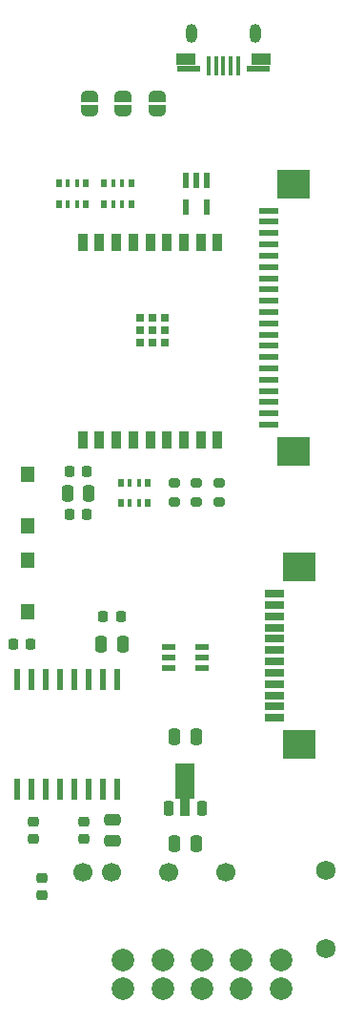
<source format=gbr>
%TF.GenerationSoftware,KiCad,Pcbnew,9.0.6*%
%TF.CreationDate,2025-11-01T18:39:00+03:00*%
%TF.ProjectId,PMMCU-ESP32C3,504d4d43-552d-4455-9350-333243332e6b,rev?*%
%TF.SameCoordinates,Original*%
%TF.FileFunction,Soldermask,Top*%
%TF.FilePolarity,Negative*%
%FSLAX46Y46*%
G04 Gerber Fmt 4.6, Leading zero omitted, Abs format (unit mm)*
G04 Created by KiCad (PCBNEW 9.0.6) date 2025-11-01 18:39:00*
%MOMM*%
%LPD*%
G01*
G04 APERTURE LIST*
G04 Aperture macros list*
%AMRoundRect*
0 Rectangle with rounded corners*
0 $1 Rounding radius*
0 $2 $3 $4 $5 $6 $7 $8 $9 X,Y pos of 4 corners*
0 Add a 4 corners polygon primitive as box body*
4,1,4,$2,$3,$4,$5,$6,$7,$8,$9,$2,$3,0*
0 Add four circle primitives for the rounded corners*
1,1,$1+$1,$2,$3*
1,1,$1+$1,$4,$5*
1,1,$1+$1,$6,$7*
1,1,$1+$1,$8,$9*
0 Add four rect primitives between the rounded corners*
20,1,$1+$1,$2,$3,$4,$5,0*
20,1,$1+$1,$4,$5,$6,$7,0*
20,1,$1+$1,$6,$7,$8,$9,0*
20,1,$1+$1,$8,$9,$2,$3,0*%
%AMFreePoly0*
4,1,9,3.862500,-0.866500,0.737500,-0.866500,0.737500,-0.450000,-0.737500,-0.450000,-0.737500,0.450000,0.737500,0.450000,0.737500,0.866500,3.862500,0.866500,3.862500,-0.866500,3.862500,-0.866500,$1*%
%AMFreePoly1*
4,1,23,0.500000,-0.750000,0.000000,-0.750000,0.000000,-0.745722,-0.065263,-0.745722,-0.191342,-0.711940,-0.304381,-0.646677,-0.396677,-0.554381,-0.461940,-0.441342,-0.495722,-0.315263,-0.495722,-0.250000,-0.500000,-0.250000,-0.500000,0.250000,-0.495722,0.250000,-0.495722,0.315263,-0.461940,0.441342,-0.396677,0.554381,-0.304381,0.646677,-0.191342,0.711940,-0.065263,0.745722,0.000000,0.745722,
0.000000,0.750000,0.500000,0.750000,0.500000,-0.750000,0.500000,-0.750000,$1*%
%AMFreePoly2*
4,1,23,0.000000,0.745722,0.065263,0.745722,0.191342,0.711940,0.304381,0.646677,0.396677,0.554381,0.461940,0.441342,0.495722,0.315263,0.495722,0.250000,0.500000,0.250000,0.500000,-0.250000,0.495722,-0.250000,0.495722,-0.315263,0.461940,-0.441342,0.396677,-0.554381,0.304381,-0.646677,0.191342,-0.711940,0.065263,-0.745722,0.000000,-0.745722,0.000000,-0.750000,-0.500000,-0.750000,
-0.500000,0.750000,0.000000,0.750000,0.000000,0.745722,0.000000,0.745722,$1*%
G04 Aperture macros list end*
%ADD10RoundRect,0.225000X0.225000X0.250000X-0.225000X0.250000X-0.225000X-0.250000X0.225000X-0.250000X0*%
%ADD11R,1.244600X1.346200*%
%ADD12R,0.889000X1.498600*%
%ADD13R,0.711200X0.711200*%
%ADD14RoundRect,0.225000X0.225000X-0.425000X0.225000X0.425000X-0.225000X0.425000X-0.225000X-0.425000X0*%
%ADD15FreePoly0,90.000000*%
%ADD16R,1.800000X0.600000*%
%ADD17R,3.000000X2.600000*%
%ADD18RoundRect,0.250000X-0.475000X0.250000X-0.475000X-0.250000X0.475000X-0.250000X0.475000X0.250000X0*%
%ADD19R,0.406400X1.750000*%
%ADD20R,1.654126X1.104108*%
%ADD21R,2.108196X0.496100*%
%ADD22O,1.000000X1.700000*%
%ADD23R,2.108196X0.496108*%
%ADD24R,1.654066X1.104100*%
%ADD25R,0.500000X0.800000*%
%ADD26R,0.400000X0.800000*%
%ADD27RoundRect,0.250000X0.250000X0.475000X-0.250000X0.475000X-0.250000X-0.475000X0.250000X-0.475000X0*%
%ADD28R,1.803400X0.635000*%
%ADD29R,2.997200X2.590800*%
%ADD30RoundRect,0.225000X-0.250000X0.225000X-0.250000X-0.225000X0.250000X-0.225000X0.250000X0.225000X0*%
%ADD31C,2.000000*%
%ADD32FreePoly1,90.000000*%
%ADD33FreePoly2,90.000000*%
%ADD34RoundRect,0.200000X0.275000X-0.200000X0.275000X0.200000X-0.275000X0.200000X-0.275000X-0.200000X0*%
%ADD35R,1.181100X0.558800*%
%ADD36R,0.482600X1.854200*%
%ADD37C,1.725000*%
%ADD38C,1.700000*%
%ADD39R,0.558800X1.320800*%
G04 APERTURE END LIST*
D10*
%TO.C,C16*%
X10775000Y-6500000D03*
X9225000Y-6500000D03*
%TD*%
D11*
%TO.C,SW2*%
X2540000Y6096000D03*
X2540000Y1524000D03*
%TD*%
D12*
%TO.C,U1*%
X7390002Y9170000D03*
X8890001Y9170000D03*
X10390001Y9170000D03*
X11890000Y9170000D03*
X13390000Y9170000D03*
X14890000Y9170000D03*
X16390002Y9170000D03*
X17890001Y9170000D03*
X19390001Y9170000D03*
X19389998Y26670000D03*
X17889999Y26670000D03*
X16389999Y26670000D03*
X14890000Y26670000D03*
X13390000Y26670000D03*
X11890000Y26670000D03*
X10389998Y26670000D03*
X8889999Y26670000D03*
X7389999Y26670000D03*
D13*
X12490000Y17780000D03*
X13590000Y17780000D03*
X14690000Y17780000D03*
X12490000Y18880000D03*
X13590000Y18880000D03*
X14690000Y18880000D03*
X12490000Y19980000D03*
X13590000Y19980000D03*
X14690000Y19980000D03*
%TD*%
D10*
%TO.C,C1*%
X7760000Y2540000D03*
X6210000Y2540000D03*
%TD*%
D14*
%TO.C,U2*%
X15010000Y-23540000D03*
D15*
X16510000Y-23452500D03*
D14*
X18010000Y-23540000D03*
%TD*%
D16*
%TO.C,JM1*%
X23954000Y10500000D03*
X23954000Y11500000D03*
X23954000Y12500000D03*
X23954000Y13500000D03*
X23954000Y14500000D03*
X23954000Y15500000D03*
X23954000Y16500000D03*
X23954000Y17500000D03*
X23954000Y18500000D03*
X23954000Y19500000D03*
X23954000Y20500000D03*
X23954000Y21500000D03*
X23954000Y22500000D03*
X23954000Y23500000D03*
X23954000Y24500000D03*
X23954000Y25500000D03*
X23954000Y26500000D03*
X23954000Y27500000D03*
X23954000Y28500000D03*
X23954000Y29500000D03*
D17*
X26125000Y8150000D03*
X26125000Y31850000D03*
%TD*%
D18*
%TO.C,C13*%
X10000000Y-24550000D03*
X10000000Y-26450000D03*
%TD*%
D19*
%TO.C,J1*%
X21180000Y42327092D03*
X20530014Y42327092D03*
X19880028Y42327092D03*
X19230042Y42327092D03*
D20*
X23207063Y42900254D03*
D21*
X22980029Y42100150D03*
D22*
X22705029Y45202208D03*
D19*
X18580056Y42327092D03*
D22*
X17055027Y45202208D03*
D23*
X16780031Y42100146D03*
D24*
X16552967Y42900250D03*
%TD*%
D10*
%TO.C,C5*%
X7760000Y6350000D03*
X6210000Y6350000D03*
%TD*%
D25*
%TO.C,RN2*%
X10800000Y3545000D03*
D26*
X11600000Y3545000D03*
X12400000Y3545000D03*
D25*
X13200000Y3545000D03*
X13200000Y5345000D03*
D26*
X12400000Y5345000D03*
X11600000Y5345000D03*
D25*
X10800000Y5345000D03*
%TD*%
D27*
%TO.C,C10*%
X17460000Y-26670000D03*
X15560000Y-26670000D03*
%TD*%
D28*
%TO.C,J4*%
X24444000Y-15499992D03*
X24444000Y-14499994D03*
X24444000Y-13499996D03*
X24444000Y-12499998D03*
X24444000Y-11500000D03*
X24444000Y-10500000D03*
X24444000Y-9500000D03*
X24444000Y-8500000D03*
X24444000Y-7500002D03*
X24444000Y-6500004D03*
X24444000Y-5500006D03*
X24444000Y-4500008D03*
D29*
X26614001Y-17850003D03*
X26614001Y-2149997D03*
%TD*%
D27*
%TO.C,C14*%
X10950000Y-9000000D03*
X9050000Y-9000000D03*
%TD*%
D30*
%TO.C,C12*%
X3000000Y-24725000D03*
X3000000Y-26275000D03*
%TD*%
D31*
%TO.C,J6*%
X11000000Y-37000000D03*
X14500000Y-37000000D03*
X18000000Y-37000000D03*
X21500000Y-37000000D03*
X25000000Y-37000000D03*
X11000000Y-39500000D03*
X14500000Y-39500000D03*
X18000000Y-39500000D03*
X21500000Y-39500000D03*
X25000000Y-39500000D03*
%TD*%
D32*
%TO.C,JP1*%
X8000000Y38350000D03*
D33*
X8000000Y39650000D03*
%TD*%
D34*
%TO.C,R3*%
X17500000Y3675000D03*
X17500000Y5325000D03*
%TD*%
D32*
%TO.C,JP2*%
X11000000Y38350000D03*
D33*
X11000000Y39650000D03*
%TD*%
D35*
%TO.C,U5*%
X15043150Y-9209999D03*
X15043150Y-10160000D03*
X15043150Y-11110001D03*
X17976850Y-11110001D03*
X17976850Y-10160000D03*
X17976850Y-9209999D03*
%TD*%
D36*
%TO.C,U7*%
X10445000Y-12123200D03*
X9175000Y-12123200D03*
X7905000Y-12123200D03*
X6635000Y-12123200D03*
X5365000Y-12123200D03*
X4095000Y-12123200D03*
X2825000Y-12123200D03*
X1555000Y-12123200D03*
X1555000Y-21876800D03*
X2825000Y-21876800D03*
X4095000Y-21876800D03*
X5365000Y-21876800D03*
X6635000Y-21876800D03*
X7905000Y-21876800D03*
X9175000Y-21876800D03*
X10445000Y-21876800D03*
%TD*%
D30*
%TO.C,C11*%
X7500000Y-24725000D03*
X7500000Y-26275000D03*
%TD*%
D10*
%TO.C,C15*%
X2775000Y-9000000D03*
X1225000Y-9000000D03*
%TD*%
D37*
%TO.C,U4*%
X29000000Y-36000000D03*
%TD*%
D34*
%TO.C,R1*%
X19500000Y3675000D03*
X19500000Y5325000D03*
%TD*%
D27*
%TO.C,C4*%
X17460000Y-17145000D03*
X15560000Y-17145000D03*
%TD*%
%TO.C,C2*%
X7935000Y4445000D03*
X6035000Y4445000D03*
%TD*%
D11*
%TO.C,SW1*%
X2540000Y-6096000D03*
X2540000Y-1524000D03*
%TD*%
D38*
%TO.C,PS1*%
X7416800Y-29210000D03*
X9956800Y-29210000D03*
X15036800Y-29210000D03*
X20116800Y-29210000D03*
%TD*%
D34*
%TO.C,R5*%
X15500000Y3675000D03*
X15500000Y5325000D03*
%TD*%
D25*
%TO.C,RN3*%
X7700000Y31900000D03*
D26*
X6900000Y31900000D03*
X6100000Y31900000D03*
D25*
X5300000Y31900000D03*
X5300000Y30100000D03*
D26*
X6100000Y30100000D03*
X6900000Y30100000D03*
D25*
X7700000Y30100000D03*
%TD*%
D39*
%TO.C,CR1*%
X18450001Y32193800D03*
X17500000Y32193800D03*
X16549999Y32193800D03*
X16549999Y29806200D03*
X18450001Y29806200D03*
%TD*%
D25*
%TO.C,RN1*%
X11700000Y31900000D03*
D26*
X10900000Y31900000D03*
X10100000Y31900000D03*
D25*
X9300000Y31900000D03*
X9300000Y30100000D03*
D26*
X10100000Y30100000D03*
X10900000Y30100000D03*
D25*
X11700000Y30100000D03*
%TD*%
D30*
%TO.C,C7*%
X3810000Y-29725000D03*
X3810000Y-31275000D03*
%TD*%
D32*
%TO.C,JP3*%
X14000000Y38350000D03*
D33*
X14000000Y39650000D03*
%TD*%
D37*
%TO.C,U3*%
X29000000Y-29000000D03*
%TD*%
M02*

</source>
